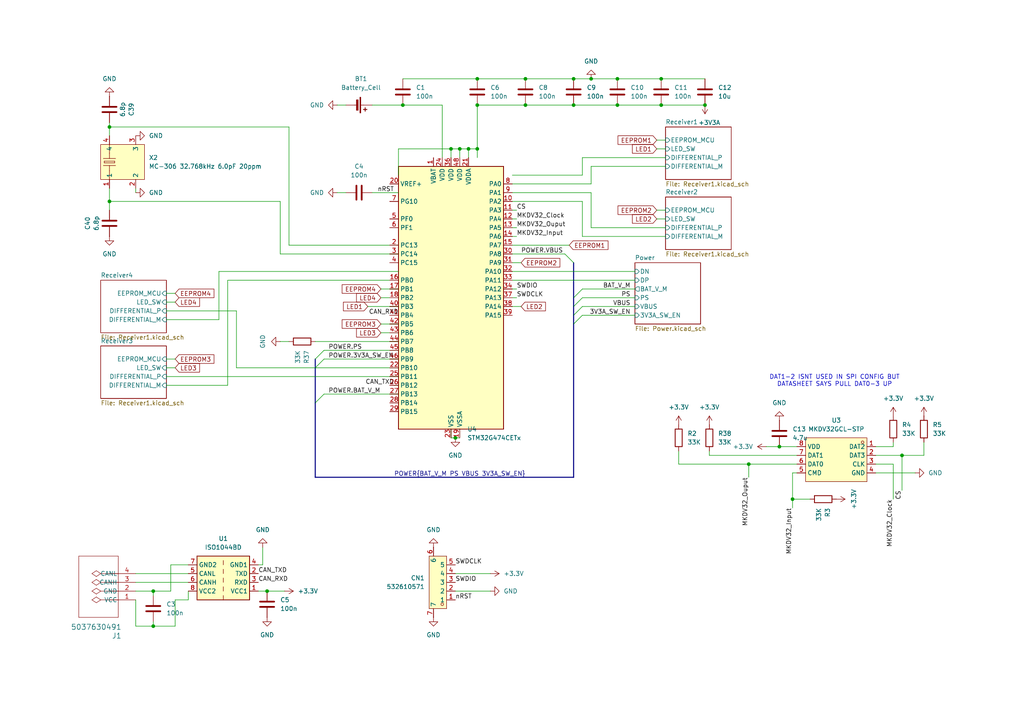
<source format=kicad_sch>
(kicad_sch (version 20231120) (generator "eeschema") (generator_version "8.0")
  (paper "A4")
  (lib_symbols
    (symbol "Device:Battery_Cell" (pin_numbers hide) (pin_names (offset 0) hide)
      (property "Reference" "BT" (at 2.54 2.54 0))
      (property "Value" "Battery_Cell" (at 2.54 0 0))
      (symbol "Battery_Cell_0_1"
        (rectangle (start -2.286 1.778) (end 2.286 1.524) (fill (type outline)))
        (rectangle (start -1.524 1.016) (end 1.524 0.508) (fill (type outline)))
        (polyline (pts (xy 0 0.762) (xy 0 0)))
        (polyline (pts (xy 0 1.778) (xy 0 2.54)))
        (polyline (pts (xy 0.762 3.048) (xy 1.778 3.048)) (stroke (width 0.254)))
        (polyline (pts (xy 1.27 3.556) (xy 1.27 2.54)) (stroke (width 0.254)))
      )
      (symbol "Battery_Cell_1_1"
        (pin passive line (at 0 5.08 270) (length 2.54) (name "+") (number "1"))
        (pin passive line (at 0 -2.54 90) (length 2.54) (name "-") (number "2"))
      )
    )
    (symbol "Device:C" (pin_numbers hide) (pin_names (offset 0.254))
      (property "Reference" "C" (at 0.635 2.54 0))
      (property "Value" "C" (at 0.635 -2.54 0))
      (symbol "C_0_1"
        (polyline (pts (xy -2.032 -0.762) (xy 2.032 -0.762)) (stroke (width 0.508)))
        (polyline (pts (xy -2.032 0.762) (xy 2.032 0.762)) (stroke (width 0.508)))
      )
      (symbol "C_1_1"
        (pin passive line (at 0 3.81 270) (length 2.794) (name "~") (number "1"))
        (pin passive line (at 0 -3.81 90) (length 2.794) (name "~") (number "2"))
      )
    )
    (symbol "Device:R" (pin_numbers hide) (pin_names (offset 0))
      (property "Reference" "R" (at 2.032 0 90))
      (property "Value" "R" (at 0 0 90))
      (symbol "R_0_1"
        (rectangle (start -1.016 -2.54) (end 1.016 2.54) (stroke (width 0.254)))
      )
      (symbol "R_1_1"
        (pin passive line (at 0 3.81 270) (length 1.27) (name "~") (number "1"))
        (pin passive line (at 0 -3.81 90) (length 1.27) (name "~") (number "2"))
      )
    )
    (symbol "Interface_CAN_LIN:ISO1044BD"
      (property "Reference" "U" (at -6.35 6.35 0))
      (property "Value" "ISO1044BD" (at 2.54 6.35 0))
      (symbol "ISO1044BD_0_1"
        (rectangle (start -7.62 5.08) (end 7.62 -7.62) (stroke (width 0.254)) (fill (type background)))
        (polyline (pts (xy 0 -5.08) (xy 0 -6.35)))
        (polyline (pts (xy 0 -2.54) (xy 0 -3.81)))
        (polyline (pts (xy 0 0) (xy 0 -1.27)))
        (polyline (pts (xy 0 2.54) (xy 0 1.27)))
        (polyline (pts (xy 0 5.08) (xy 0 3.81)))
      )
      (symbol "ISO1044BD_1_1"
        (pin power_in line (at -10.16 2.54 0) (length 2.54) (name "VCC1") (number "1"))
        (pin input line (at -10.16 -2.54 0) (length 2.54) (name "TXD") (number "2"))
        (pin output line (at -10.16 0 0) (length 2.54) (name "RXD") (number "3"))
        (pin power_in line (at -10.16 -5.08 0) (length 2.54) (name "GND1") (number "4"))
        (pin bidirectional line (at 10.16 -2.54 180) (length 2.54) (name "CANL") (number "5"))
        (pin bidirectional line (at 10.16 0 180) (length 2.54) (name "CANH") (number "6"))
        (pin power_in line (at 10.16 -5.08 180) (length 2.54) (name "GND2") (number "7"))
        (pin power_in line (at 10.16 2.54 180) (length 2.54) (name "VCC2") (number "8"))
      )
    )
    (symbol "MCU_ST_STM32G4:STM32G474CETx"
      (property "Reference" "U" (at -15.24 39.37 0))
      (property "Value" "STM32G474CETx" (at 7.62 39.37 0))
      (symbol "STM32G474CETx_0_1"
        (rectangle (start -15.24 -38.1) (end 15.24 38.1) (stroke (width 0.254)) (fill (type background)))
      )
      (symbol "STM32G474CETx_1_1"
        (pin power_in line (at -5.08 40.64 270) (length 2.54) (name "VBAT") (number "1"))
        (pin bidirectional line (at 17.78 27.94 180) (length 2.54) (name "PA2") (number "10"))
        (pin bidirectional line (at 17.78 25.4 180) (length 2.54) (name "PA3") (number "11"))
        (pin bidirectional line (at 17.78 22.86 180) (length 2.54) (name "PA4") (number "12"))
        (pin bidirectional line (at 17.78 20.32 180) (length 2.54) (name "PA5") (number "13"))
        (pin bidirectional line (at 17.78 17.78 180) (length 2.54) (name "PA6") (number "14"))
        (pin bidirectional line (at 17.78 15.24 180) (length 2.54) (name "PA7") (number "15"))
        (pin bidirectional line (at -17.78 5.08 0) (length 2.54) (name "PB0") (number "16"))
        (pin bidirectional line (at -17.78 2.54 0) (length 2.54) (name "PB1") (number "17"))
        (pin bidirectional line (at -17.78 0 0) (length 2.54) (name "PB2") (number "18"))
        (pin power_in line (at 2.54 -40.64 90) (length 2.54) (name "VSSA") (number "19"))
        (pin bidirectional line (at -17.78 15.24 0) (length 2.54) (name "PC13") (number "2"))
        (pin input line (at -17.78 33.02 0) (length 2.54) (name "VREF+") (number "20"))
        (pin power_in line (at 5.08 40.64 270) (length 2.54) (name "VDDA") (number "21"))
        (pin bidirectional line (at -17.78 -20.32 0) (length 2.54) (name "PB10") (number "22"))
        (pin power_in line (at 0 -40.64 90) (length 2.54) (name "VSS") (number "23"))
        (pin power_in line (at -2.54 40.64 270) (length 2.54) (name "VDD") (number "24"))
        (pin bidirectional line (at -17.78 -22.86 0) (length 2.54) (name "PB11") (number "25"))
        (pin bidirectional line (at -17.78 -25.4 0) (length 2.54) (name "PB12") (number "26"))
        (pin bidirectional line (at -17.78 -27.94 0) (length 2.54) (name "PB13") (number "27"))
        (pin bidirectional line (at -17.78 -30.48 0) (length 2.54) (name "PB14") (number "28"))
        (pin bidirectional line (at -17.78 -33.02 0) (length 2.54) (name "PB15") (number "29"))
        (pin bidirectional line (at -17.78 12.7 0) (length 2.54) (name "PC14") (number "3"))
        (pin bidirectional line (at 17.78 12.7 180) (length 2.54) (name "PA8") (number "30"))
        (pin bidirectional line (at 17.78 10.16 180) (length 2.54) (name "PA9") (number "31"))
        (pin bidirectional line (at 17.78 7.62 180) (length 2.54) (name "PA10") (number "32"))
        (pin bidirectional line (at 17.78 5.08 180) (length 2.54) (name "PA11") (number "33"))
        (pin bidirectional line (at 17.78 2.54 180) (length 2.54) (name "PA12") (number "34"))
        (pin passive line (at 0 -40.64 90) (length 2.54) hide (name "VSS") (number "35"))
        (pin power_in line (at 0 40.64 270) (length 2.54) (name "VDD") (number "36"))
        (pin bidirectional line (at 17.78 0 180) (length 2.54) (name "PA13") (number "37"))
        (pin bidirectional line (at 17.78 -2.54 180) (length 2.54) (name "PA14") (number "38"))
        (pin bidirectional line (at 17.78 -5.08 180) (length 2.54) (name "PA15") (number "39"))
        (pin bidirectional line (at -17.78 10.16 0) (length 2.54) (name "PC15") (number "4"))
        (pin bidirectional line (at -17.78 -2.54 0) (length 2.54) (name "PB3") (number "40"))
        (pin bidirectional line (at -17.78 -5.08 0) (length 2.54) (name "PB4") (number "41"))
        (pin bidirectional line (at -17.78 -7.62 0) (length 2.54) (name "PB5") (number "42"))
        (pin bidirectional line (at -17.78 -10.16 0) (length 2.54) (name "PB6") (number "43"))
        (pin bidirectional line (at -17.78 -12.7 0) (length 2.54) (name "PB7") (number "44"))
        (pin bidirectional line (at -17.78 -15.24 0) (length 2.54) (name "PB8") (number "45"))
        (pin bidirectional line (at -17.78 -17.78 0) (length 2.54) (name "PB9") (number "46"))
        (pin passive line (at 0 -40.64 90) (length 2.54) hide (name "VSS") (number "47"))
        (pin power_in line (at 2.54 40.64 270) (length 2.54) (name "VDD") (number "48"))
        (pin bidirectional line (at -17.78 22.86 0) (length 2.54) (name "PF0") (number "5"))
        (pin bidirectional line (at -17.78 20.32 0) (length 2.54) (name "PF1") (number "6"))
        (pin bidirectional line (at -17.78 27.94 0) (length 2.54) (name "PG10") (number "7"))
        (pin bidirectional line (at 17.78 33.02 180) (length 2.54) (name "PA0") (number "8"))
        (pin bidirectional line (at 17.78 30.48 180) (length 2.54) (name "PA1") (number "9"))
      )
    )
    (symbol "Rocketry_Easyeda:532610571"
      (property "Reference" "CN" (at 0 15.24 0))
      (property "Value" "532610571" (at 0 -15.24 0))
      (symbol "532610571_0_1"
        (rectangle (start -1.27 7.62) (end 3.81 -7.62) (fill (type background)))
        (circle (center 0 6.35) (radius 0.38))
        (pin unspecified line (at -3.81 5.08 0) (length 2.54) (name "1") (number "1"))
        (pin unspecified line (at -3.81 2.54 0) (length 2.54) (name "2") (number "2"))
        (pin unspecified line (at -3.81 0 0) (length 2.54) (name "3") (number "3"))
        (pin unspecified line (at -3.81 -2.54 0) (length 2.54) (name "4") (number "4"))
        (pin unspecified line (at -3.81 -5.08 0) (length 2.54) (name "5") (number "5"))
        (pin unspecified line (at 2.54 -10.16 90) (length 2.54) (name "6") (number "6"))
        (pin unspecified line (at 2.54 10.16 270) (length 2.54) (name "7") (number "7"))
      )
    )
    (symbol "Rocketry_Easyeda:MC-30632.768kHz6.0pF20ppm"
      (property "Reference" "X" (at 0 12.7 0))
      (property "Value" "MC-306 32.768kHz 6.0pF 20ppm" (at 0 -12.7 0))
      (symbol "MC-30632.768kHz6.0pF20ppm_0_1"
        (rectangle (start -6.35 5.08) (end 6.35 -5.08) (fill (type background)))
        (polyline (pts (xy -5.59 -1.02) (xy -2.03 -1.02)))
        (polyline (pts (xy -5.59 1.02) (xy -2.03 1.02)))
        (polyline (pts (xy -5.33 -0.25) (xy -2.29 -0.25)))
        (polyline (pts (xy -5.33 0.25) (xy -5.33 -0.25)))
        (polyline (pts (xy -3.81 -2.54) (xy -3.81 -5.08)))
        (polyline (pts (xy -3.81 -2.54) (xy -3.81 -1.02)))
        (polyline (pts (xy -3.81 1.02) (xy -3.81 2.54)))
        (polyline (pts (xy -3.81 2.54) (xy -3.81 5.08)))
        (polyline (pts (xy -2.29 -0.25) (xy -2.29 0.25)))
        (polyline (pts (xy -2.29 0.25) (xy -5.33 0.25)))
        (pin unspecified line (at -3.81 -7.62 90) (length 2.54) (name "1") (number "1"))
        (pin unspecified line (at 3.81 -7.62 90) (length 2.54) (name "2") (number "2"))
        (pin unspecified line (at 3.81 7.62 270) (length 2.54) (name "3") (number "3"))
        (pin unspecified line (at -3.81 7.62 270) (length 2.54) (name "4") (number "4"))
      )
    )
    (symbol "Rocketry_Easyeda:MKDV32GCL-STP"
      (property "Reference" "U" (at 0 8.89 0))
      (property "Value" "MKDV32GCL-STP" (at 0 -8.89 0))
      (symbol "MKDV32GCL-STP_0_1"
        (rectangle (start -8.89 6.35) (end 8.89 -6.35) (fill (type background)))
        (circle (center -7.62 5.08) (radius 0.38))
        (pin unspecified line (at -11.43 3.81 0) (length 2.54) (name "DAT2") (number "1"))
        (pin unspecified line (at -11.43 1.27 0) (length 2.54) (name "DAT3") (number "2"))
        (pin unspecified line (at -11.43 -1.27 0) (length 2.54) (name "CLK") (number "3"))
        (pin unspecified line (at -11.43 -3.81 0) (length 2.54) (name "GND") (number "4"))
        (pin unspecified line (at 11.43 -3.81 180) (length 2.54) (name "CMD") (number "5"))
        (pin unspecified line (at 11.43 -1.27 180) (length 2.54) (name "DAT0") (number "6"))
        (pin unspecified line (at 11.43 1.27 180) (length 2.54) (name "DAT1") (number "7"))
        (pin unspecified line (at 11.43 3.81 180) (length 2.54) (name "VDD") (number "8"))
      )
    )
    (symbol "Rocketry_Manual:5037630491" (pin_names (offset 0.254))
      (property "Reference" "J" (at 8.89 6.35 0))
      (property "Value" "5037630491" (at -1.016 6.35 0))
      (symbol "5037630491_1_1"
        (polyline (pts (xy 5.08 -15.24) (xy 16.51 -15.24)) (stroke (width 0.127)))
        (polyline (pts (xy 5.08 2.54) (xy 5.08 -15.24)) (stroke (width 0.127)))
        (polyline (pts (xy 7.62 -10.16) (xy 5.08 -10.16)) (stroke (width 0.127)))
        (polyline (pts (xy 7.62 -7.62) (xy 5.08 -7.62)) (stroke (width 0.127)))
        (polyline (pts (xy 7.62 -5.08) (xy 5.08 -5.08)) (stroke (width 0.127)))
        (polyline (pts (xy 7.62 -2.54) (xy 5.08 -2.54)) (stroke (width 0.127)))
        (polyline (pts (xy 10.16 -10.16) (xy 5.08 -10.16)) (stroke (width 0.127)))
        (polyline (pts (xy 10.16 -10.16) (xy 11.43 -11.0067)) (stroke (width 0.127)))
        (polyline (pts (xy 10.16 -10.16) (xy 11.43 -9.3133)) (stroke (width 0.127)))
        (polyline (pts (xy 10.16 -7.62) (xy 5.08 -7.62)) (stroke (width 0.127)))
        (polyline (pts (xy 10.16 -7.62) (xy 11.43 -8.4667)) (stroke (width 0.127)))
        (polyline (pts (xy 10.16 -7.62) (xy 11.43 -6.7733)) (stroke (width 0.127)))
        (polyline (pts (xy 10.16 -5.08) (xy 5.08 -5.08)) (stroke (width 0.127)))
        (polyline (pts (xy 10.16 -5.08) (xy 11.43 -5.9267)) (stroke (width 0.127)))
        (polyline (pts (xy 10.16 -5.08) (xy 11.43 -4.2333)) (stroke (width 0.127)))
        (polyline (pts (xy 10.16 -2.54) (xy 5.08 -2.54)) (stroke (width 0.127)))
        (polyline (pts (xy 10.16 -2.54) (xy 11.43 -3.3867)) (stroke (width 0.127)))
        (polyline (pts (xy 10.16 -2.54) (xy 11.43 -1.6933)) (stroke (width 0.127)))
        (polyline (pts (xy 12.7 -10.16) (xy 11.43 -11.0067)) (stroke (width 0.127)))
        (polyline (pts (xy 12.7 -10.16) (xy 11.43 -9.3133)) (stroke (width 0.127)))
        (polyline (pts (xy 12.7 -7.62) (xy 11.43 -8.4667)) (stroke (width 0.127)))
        (polyline (pts (xy 12.7 -7.62) (xy 11.43 -6.7733)) (stroke (width 0.127)))
        (polyline (pts (xy 12.7 -5.08) (xy 11.43 -5.9267)) (stroke (width 0.127)))
        (polyline (pts (xy 12.7 -5.08) (xy 11.43 -4.2333)) (stroke (width 0.127)))
        (polyline (pts (xy 12.7 -2.54) (xy 11.43 -3.3867)) (stroke (width 0.127)))
        (polyline (pts (xy 12.7 -2.54) (xy 11.43 -1.6933)) (stroke (width 0.127)))
        (polyline (pts (xy 16.51 -15.24) (xy 16.51 2.54)) (stroke (width 0.127)))
        (polyline (pts (xy 16.51 2.54) (xy 5.08 2.54)) (stroke (width 0.127)))
        (pin input line (at 0 -2.54 0) (length 5.08) (name "VCC") (number "1"))
        (pin input line (at 0 -5.08 0) (length 5.08) (name "GND") (number "2"))
        (pin bidirectional line (at 0 -7.62 0) (length 5.08) (name "CANH") (number "3"))
        (pin bidirectional line (at 0 -10.16 0) (length 5.08) (name "CANL") (number "4"))
      )
    )
    (symbol "power:+3.3V" (power) (pin_numbers hide) (pin_names (offset 0) hide)
      (property "Value" "+3.3V" (at 0 3.556 0))
      (symbol "+3.3V_0_1"
        (polyline (pts (xy -0.762 1.27) (xy 0 2.54)))
        (polyline (pts (xy 0 0) (xy 0 2.54)))
        (polyline (pts (xy 0 2.54) (xy 0.762 1.27)))
      )
      (symbol "+3.3V_1_1"
        (pin power_in line (at 0 0 90) (length 0) (name "~") (number "1"))
      )
    )
    (symbol "power:GND" (power) (pin_numbers hide) (pin_names (offset 0) hide)
      (property "Value" "GND" (at 0 -3.81 0))
      (symbol "GND_0_1"
        (polyline (pts (xy 0 0) (xy 0 -1.27) (xy 1.27 -1.27) (xy 0 -2.54) (xy -1.27 -1.27) (xy 0 -1.27)))
      )
      (symbol "GND_1_1"
        (pin power_in line (at 0 0 270) (length 0) (name "~") (number "1"))
      )
    )
  )
  (junction (at 166.37 22.86))
  (junction (at 179.07 30.48))
  (junction (at 152.4 30.48))
  (junction (at 138.43 30.48))
  (junction (at 166.37 30.48))
  (junction (at 191.77 22.86))
  (junction (at 31.75 58.42))
  (junction (at 261.62 132.08))
  (junction (at 179.07 22.86))
  (junction (at 138.43 22.86))
  (junction (at 229.87 144.78))
  (junction (at 191.77 30.48))
  (junction (at 77.47 171.45))
  (junction (at 132.08 127))
  (junction (at 171.45 22.86))
  (junction (at 226.06 129.54))
  (junction (at 138.43 43.18))
  (junction (at 135.89 43.18))
  (junction (at 116.84 30.48))
  (junction (at 204.47 30.48))
  (junction (at 133.35 43.18))
  (junction (at 44.45 181.61))
  (junction (at 31.75 36.83))
  (junction (at 130.81 43.18))
  (junction (at 152.4 22.86))
  (junction (at 44.45 171.45))
  (junction (at 217.17 134.62))
  (bus_entry (at 91.44 116.84) (size 2.54 -2.54))
  (bus_entry (at 91.44 104.14) (size 2.54 -2.54))
  (bus_entry (at 168.91 86.36) (size -2.54 2.54))
  (bus_entry (at 166.37 76.2) (size -2.54 -2.54))
  (bus_entry (at 91.44 106.68) (size 2.54 -2.54))
  (bus_entry (at 168.91 88.9) (size -2.54 2.54))
  (bus_entry (at 168.91 91.44) (size -2.54 2.54))
  (bus_entry (at 168.91 83.82) (size -2.54 2.54))
  (wire (pts (xy 166.37 30.48) (xy 179.07 30.48)))
  (wire (pts (xy 267.97 132.08) (xy 261.62 132.08)))
  (wire (pts (xy 229.87 144.78) (xy 229.87 147.32)))
  (wire (pts (xy 91.44 99.06) (xy 115.57 99.06)))
  (wire (pts (xy 142.24 166.37) (xy 132.08 166.37)))
  (wire (pts (xy 106.68 88.9) (xy 115.57 88.9)))
  (wire (pts (xy 168.91 83.82) (xy 184.15 83.82)))
  (wire (pts (xy 107.95 55.88) (xy 115.57 55.88)))
  (wire (pts (xy 48.26 90.17) (xy 68.58 90.17)))
  (wire (pts (xy 110.49 96.52) (xy 115.57 96.52)))
  (wire (pts (xy 48.26 111.76) (xy 66.04 111.76)))
  (wire (pts (xy 83.82 36.83) (xy 83.82 71.12)))
  (wire (pts (xy 267.97 128.27) (xy 267.97 132.08)))
  (wire (pts (xy 168.91 68.58) (xy 168.91 58.42)))
  (wire (pts (xy 93.98 101.6) (xy 115.57 101.6)))
  (wire (pts (xy 168.91 45.72) (xy 193.04 45.72)))
  (wire (pts (xy 168.91 58.42) (xy 148.59 58.42)))
  (wire (pts (xy 149.86 68.58) (xy 148.59 68.58)))
  (wire (pts (xy 50.8 181.61) (xy 50.8 173.99)))
  (wire (pts (xy 107.95 30.48) (xy 116.84 30.48)))
  (wire (pts (xy 48.26 85.09) (xy 50.8 85.09)))
  (wire (pts (xy 31.75 58.42) (xy 31.75 60.96)))
  (wire (pts (xy 116.84 22.86) (xy 138.43 22.86)))
  (wire (pts (xy 133.35 127) (xy 132.08 127)))
  (wire (pts (xy 83.82 36.83) (xy 31.75 36.83)))
  (wire (pts (xy 259.08 134.62) (xy 259.08 144.78)))
  (bus (pts (xy 91.44 138.43) (xy 166.37 138.43)))
  (wire (pts (xy 149.86 60.96) (xy 148.59 60.96)))
  (wire (pts (xy 166.37 22.86) (xy 171.45 22.86)))
  (wire (pts (xy 179.07 30.48) (xy 191.77 30.48)))
  (wire (pts (xy 193.04 68.58) (xy 168.91 68.58)))
  (wire (pts (xy 44.45 181.61) (xy 50.8 181.61)))
  (wire (pts (xy 261.62 132.08) (xy 261.62 142.24)))
  (wire (pts (xy 254 129.54) (xy 259.08 129.54)))
  (wire (pts (xy 190.5 63.5) (xy 193.04 63.5)))
  (wire (pts (xy 128.27 30.48) (xy 128.27 45.72)))
  (wire (pts (xy 133.35 124.46) (xy 133.35 127)))
  (wire (pts (xy 171.45 48.26) (xy 193.04 48.26)))
  (wire (pts (xy 76.2 158.75) (xy 76.2 163.83)))
  (wire (pts (xy 234.95 144.78) (xy 229.87 144.78)))
  (wire (pts (xy 114.3 111.76) (xy 115.57 111.76)))
  (wire (pts (xy 93.98 114.3) (xy 115.57 114.3)))
  (wire (pts (xy 171.45 48.26) (xy 171.45 53.34)))
  (wire (pts (xy 254 132.08) (xy 261.62 132.08)))
  (wire (pts (xy 231.14 137.16) (xy 229.87 137.16)))
  (wire (pts (xy 130.81 45.72) (xy 130.81 43.18)))
  (wire (pts (xy 74.93 171.45) (xy 77.47 171.45)))
  (wire (pts (xy 191.77 22.86) (xy 204.47 22.86)))
  (wire (pts (xy 229.87 137.16) (xy 229.87 144.78)))
  (wire (pts (xy 171.45 55.88) (xy 148.59 55.88)))
  (wire (pts (xy 49.53 171.45) (xy 49.53 163.83)))
  (wire (pts (xy 81.28 58.42) (xy 31.75 58.42)))
  (wire (pts (xy 259.08 134.62) (xy 254 134.62)))
  (wire (pts (xy 39.37 181.61) (xy 44.45 181.61)))
  (wire (pts (xy 115.57 73.66) (xy 81.28 73.66)))
  (wire (pts (xy 39.37 171.45) (xy 44.45 171.45)))
  (wire (pts (xy 171.45 22.86) (xy 179.07 22.86)))
  (wire (pts (xy 49.53 163.83) (xy 54.61 163.83)))
  (wire (pts (xy 81.28 99.06) (xy 83.82 99.06)))
  (wire (pts (xy 196.85 134.62) (xy 217.17 134.62)))
  (bus (pts (xy 166.37 86.36) (xy 166.37 88.9)))
  (bus (pts (xy 166.37 88.9) (xy 166.37 91.44)))
  (wire (pts (xy 63.5 78.74) (xy 115.57 78.74)))
  (wire (pts (xy 149.86 83.82) (xy 148.59 83.82)))
  (wire (pts (xy 97.79 55.88) (xy 100.33 55.88)))
  (wire (pts (xy 148.59 71.12) (xy 165.1 71.12)))
  (wire (pts (xy 48.26 106.68) (xy 50.8 106.68)))
  (wire (pts (xy 168.91 88.9) (xy 184.15 88.9)))
  (wire (pts (xy 130.81 127) (xy 132.08 127)))
  (wire (pts (xy 48.26 104.14) (xy 50.8 104.14)))
  (wire (pts (xy 149.86 66.04) (xy 148.59 66.04)))
  (bus (pts (xy 166.37 76.2) (xy 166.37 86.36)))
  (wire (pts (xy 133.35 43.18) (xy 135.89 43.18)))
  (wire (pts (xy 31.75 54.61) (xy 31.75 58.42)))
  (wire (pts (xy 217.17 138.43) (xy 217.17 134.62)))
  (wire (pts (xy 31.75 36.83) (xy 31.75 39.37)))
  (wire (pts (xy 110.49 93.98) (xy 115.57 93.98)))
  (bus (pts (xy 166.37 91.44) (xy 166.37 93.98)))
  (bus (pts (xy 91.44 116.84) (xy 91.44 138.43)))
  (wire (pts (xy 31.75 35.56) (xy 31.75 36.83)))
  (wire (pts (xy 190.5 60.96) (xy 193.04 60.96)))
  (wire (pts (xy 39.37 181.61) (xy 39.37 173.99)))
  (wire (pts (xy 149.86 86.36) (xy 148.59 86.36)))
  (wire (pts (xy 148.59 88.9) (xy 151.13 88.9)))
  (wire (pts (xy 179.07 22.86) (xy 191.77 22.86)))
  (wire (pts (xy 50.8 173.99) (xy 54.61 173.99)))
  (wire (pts (xy 135.89 45.72) (xy 135.89 43.18)))
  (wire (pts (xy 138.43 22.86) (xy 152.4 22.86)))
  (wire (pts (xy 148.59 73.66) (xy 163.83 73.66)))
  (wire (pts (xy 132.08 171.45) (xy 142.24 171.45)))
  (wire (pts (xy 66.04 81.28) (xy 115.57 81.28)))
  (wire (pts (xy 44.45 180.34) (xy 44.45 181.61)))
  (wire (pts (xy 48.26 92.71) (xy 63.5 92.71)))
  (wire (pts (xy 190.5 40.64) (xy 193.04 40.64)))
  (wire (pts (xy 93.98 104.14) (xy 115.57 104.14)))
  (wire (pts (xy 138.43 43.18) (xy 138.43 30.48)))
  (wire (pts (xy 259.08 129.54) (xy 259.08 128.27)))
  (wire (pts (xy 115.57 71.12) (xy 83.82 71.12)))
  (bus (pts (xy 91.44 106.68) (xy 91.44 116.84)))
  (wire (pts (xy 168.91 91.44) (xy 184.15 91.44)))
  (wire (pts (xy 171.45 66.04) (xy 171.45 55.88)))
  (wire (pts (xy 115.57 50.8) (xy 115.57 43.18)))
  (wire (pts (xy 148.59 81.28) (xy 184.15 81.28)))
  (wire (pts (xy 191.77 30.48) (xy 204.47 30.48)))
  (wire (pts (xy 130.81 43.18) (xy 133.35 43.18)))
  (wire (pts (xy 226.06 129.54) (xy 222.25 129.54)))
  (wire (pts (xy 149.86 63.5) (xy 148.59 63.5)))
  (wire (pts (xy 135.89 43.18) (xy 138.43 43.18)))
  (wire (pts (xy 231.14 129.54) (xy 226.06 129.54)))
  (wire (pts (xy 81.28 73.66) (xy 81.28 58.42)))
  (wire (pts (xy 190.5 43.18) (xy 193.04 43.18)))
  (wire (pts (xy 97.79 30.48) (xy 100.33 30.48)))
  (wire (pts (xy 66.04 111.76) (xy 66.04 81.28)))
  (wire (pts (xy 168.91 86.36) (xy 184.15 86.36)))
  (wire (pts (xy 68.58 106.68) (xy 91.44 106.68)))
  (wire (pts (xy 196.85 130.81) (xy 196.85 134.62)))
  (wire (pts (xy 39.37 168.91) (xy 54.61 168.91)))
  (wire (pts (xy 148.59 76.2) (xy 151.13 76.2)))
  (wire (pts (xy 116.84 30.48) (xy 128.27 30.48)))
  (wire (pts (xy 148.59 78.74) (xy 184.15 78.74)))
  (wire (pts (xy 39.37 166.37) (xy 54.61 166.37)))
  (bus (pts (xy 166.37 93.98) (xy 166.37 138.43)))
  (wire (pts (xy 76.2 163.83) (xy 74.93 163.83)))
  (wire (pts (xy 217.17 134.62) (xy 231.14 134.62)))
  (wire (pts (xy 152.4 30.48) (xy 166.37 30.48)))
  (wire (pts (xy 205.74 130.81) (xy 205.74 132.08)))
  (wire (pts (xy 44.45 171.45) (xy 44.45 172.72)))
  (wire (pts (xy 138.43 30.48) (xy 152.4 30.48)))
  (wire (pts (xy 168.91 45.72) (xy 168.91 50.8)))
  (wire (pts (xy 48.26 87.63) (xy 50.8 87.63)))
  (wire (pts (xy 110.49 83.82) (xy 115.57 83.82)))
  (wire (pts (xy 133.35 45.72) (xy 133.35 43.18)))
  (wire (pts (xy 115.57 43.18) (xy 130.81 43.18)))
  (wire (pts (xy 63.5 92.71) (xy 63.5 78.74)))
  (wire (pts (xy 68.58 90.17) (xy 68.58 106.68)))
  (bus (pts (xy 91.44 104.14) (xy 91.44 106.68)))
  (wire (pts (xy 171.45 53.34) (xy 148.59 53.34)))
  (wire (pts (xy 205.74 132.08) (xy 231.14 132.08)))
  (wire (pts (xy 130.81 124.46) (xy 130.81 127)))
  (wire (pts (xy 110.49 86.36) (xy 115.57 86.36)))
  (wire (pts (xy 265.43 137.16) (xy 254 137.16)))
  (wire (pts (xy 193.04 66.04) (xy 171.45 66.04)))
  (wire (pts (xy 77.47 171.45) (xy 82.55 171.45)))
  (wire (pts (xy 54.61 173.99) (xy 54.61 171.45)))
  (wire (pts (xy 48.26 109.22) (xy 115.57 109.22)))
  (wire (pts (xy 44.45 171.45) (xy 49.53 171.45)))
  (wire (pts (xy 39.37 54.61) (xy 39.37 55.88)))
  (wire (pts (xy 138.43 45.72) (xy 138.43 43.18)))
  (wire (pts (xy 168.91 50.8) (xy 148.59 50.8)))
  (wire (pts (xy 152.4 22.86) (xy 166.37 22.86)))
  (wire (pts (xy 91.44 106.68) (xy 115.57 106.68)))
  (text "DAT1-2 ISNT USED IN SPI CONFIG BUT\nDATASHEET SAYS PULL DAT0-3 UP" (at 242.062 110.49 0) (effects (font (size 1.27 1.27))))
  (label "nRST" (at 114.3 55.88 180))
  (label "VBUS" (at 182.88 88.9 180))
  (label "CAN_RXD" (at 115.57 91.44 180))
  (label "CAN_RXD" (at 74.93 168.91 0))
  (label "BAT_V_M" (at 182.88 83.82 180))
  (label "MKDV32_Ouput" (at 217.17 138.43 270))
  (label "POWER.BAT_V_M" (at 95.25 114.3 0))
  (label "CS" (at 261.62 142.24 270))
  (label "SWDIO" (at 149.86 83.82 0))
  (label "POWER{BAT_V_M PS VBUS 3V3A_SW_EN}" (at 114.3 138.43 0))
  (label "CS" (at 149.86 60.96 0))
  (label "3V3A_SW_EN" (at 182.88 91.44 180))
  (label "nRST" (at 132.08 173.99 0))
  (label "MKDV32_Input" (at 229.87 147.32 270))
  (label "CAN_TXD" (at 114.3 111.76 180))
  (label "MKDV32_Input" (at 149.86 68.58 0))
  (label "MKDV32_Ouput" (at 149.86 66.04 0))
  (label "MKDV32_Clock" (at 149.86 63.5 0))
  (label "POWER.VBUS" (at 151.13 73.66 0))
  (label "POWER.PS" (at 95.25 101.6 0))
  (label "CAN_TXD" (at 74.93 166.37 0))
  (label "SWDCLK" (at 149.86 86.36 0))
  (label "MKDV32_Clock" (at 259.08 144.78 270))
  (label "SWDIO" (at 132.08 168.91 0))
  (label "PS" (at 182.88 86.36 180))
  (label "SWDCLK" (at 132.08 163.83 0))
  (label "POWER.3V3A_SW_EN" (at 95.25 104.14 0))
  (global_label "LED2" (shape input) (at 151.13 88.9 0) (property "Intersheetrefs" "${INTERSHEET_REFS}" (effects (hide yes))))
  (global_label "EEPROM3" (shape input) (at 110.49 93.98 180) (property "Intersheetrefs" "${INTERSHEET_REFS}" (effects (hide yes))))
  (global_label "LED4" (shape input) (at 110.49 86.36 180) (property "Intersheetrefs" "${INTERSHEET_REFS}" (effects (hide yes))))
  (global_label "LED2" (shape input) (at 190.5 63.5 180) (property "Intersheetrefs" "${INTERSHEET_REFS}" (effects (hide yes))))
  (global_label "EEPROM1" (shape input) (at 190.5 40.64 180) (property "Intersheetrefs" "${INTERSHEET_REFS}" (effects (hide yes))))
  (global_label "EEPROM1" (shape input) (at 165.1 71.12 0) (property "Intersheetrefs" "${INTERSHEET_REFS}" (effects (hide yes))))
  (global_label "EEPROM4" (shape input) (at 50.8 85.09 0) (property "Intersheetrefs" "${INTERSHEET_REFS}" (effects (hide yes))))
  (global_label "EEPROM2" (shape input) (at 151.13 76.2 0) (property "Intersheetrefs" "${INTERSHEET_REFS}" (effects (hide yes))))
  (global_label "LED3" (shape input) (at 110.49 96.52 180) (property "Intersheetrefs" "${INTERSHEET_REFS}" (effects (hide yes))))
  (global_label "LED1" (shape input) (at 106.68 88.9 180) (property "Intersheetrefs" "${INTERSHEET_REFS}" (effects (hide yes))))
  (global_label "LED1" (shape input) (at 190.5 43.18 180) (property "Intersheetrefs" "${INTERSHEET_REFS}" (effects (hide yes))))
  (global_label "EEPROM4" (shape input) (at 110.49 83.82 180) (property "Intersheetrefs" "${INTERSHEET_REFS}" (effects (hide yes))))
  (global_label "EEPROM2" (shape input) (at 190.5 60.96 180) (property "Intersheetrefs" "${INTERSHEET_REFS}" (effects (hide yes))))
  (global_label "LED4" (shape input) (at 50.8 87.63 0) (property "Intersheetrefs" "${INTERSHEET_REFS}" (effects (hide yes))))
  (global_label "LED3" (shape input) (at 50.8 106.68 0) (property "Intersheetrefs" "${INTERSHEET_REFS}" (effects (hide yes))))
  (global_label "EEPROM3" (shape input) (at 50.8 104.14 0) (property "Intersheetrefs" "${INTERSHEET_REFS}" (effects (hide yes))))
  (symbol (lib_id "Device:R") (at 259.08 124.46 0) (unit 1)
    (property "Reference" "R4" (at 261.62 123.1899 0) (effects (justify left)))
    (property "Value" "33K" (at 261.62 125.7299 0) (effects (justify left)))
    (property "Footprint" "Resistor_SMD:R_0402_1005Metric" (effects (hide yes)))
    (property "Description" "Resistor" (effects (hide yes)))
  )
  (symbol (lib_id "power:GND") (at 132.08 127 0) (mirror y) (unit 1)
    (property "Reference" "#PWR09" (effects (hide yes)))
    (property "Value" "GND" (at 132.08 132.08 0))
    (property "Description" "Power symbol creates a global label with name \"GND\" , ground" (effects (hide yes)))
  )
  (symbol (lib_id "Device:R") (at 196.85 127 0) (unit 1)
    (property "Reference" "R2" (at 199.39 125.7299 0) (effects (justify left)))
    (property "Value" "33K" (at 199.39 128.2699 0) (effects (justify left)))
    (property "Footprint" "Resistor_SMD:R_0402_1005Metric" (effects (hide yes)))
    (property "Description" "Resistor" (effects (hide yes)))
  )
  (symbol (lib_id "Device:Battery_Cell") (at 102.87 30.48 270) (unit 1)
    (property "Reference" "BT1" (at 104.7115 22.86 90))
    (property "Value" "Battery_Cell" (at 104.7115 25.4 90))
    (property "Description" "Single-cell battery" (effects (hide yes)))
  )
  (symbol (lib_id "power:GND") (at 97.79 30.48 270) (unit 1)
    (property "Reference" "#PWR01" (effects (hide yes)))
    (property "Value" "GND" (at 93.98 30.4799 90) (effects (justify right)))
    (property "Description" "Power symbol creates a global label with name \"GND\" , ground" (effects (hide yes)))
  )
  (symbol (lib_id "Device:R") (at 238.76 144.78 270) (unit 1)
    (property "Reference" "R3" (at 240.0301 147.32 0) (effects (justify left)))
    (property "Value" "33K" (at 237.4901 147.32 0) (effects (justify left)))
    (property "Footprint" "Resistor_SMD:R_0402_1005Metric" (effects (hide yes)))
    (property "Description" "Resistor" (effects (hide yes)))
  )
  (symbol (lib_id "Device:C") (at 104.14 55.88 90) (unit 1)
    (property "Reference" "C4" (at 104.14 48.26 90))
    (property "Value" "100n" (at 104.14 50.8 90))
    (property "Footprint" "Capacitor_SMD:C_0402_1005Metric" (effects (hide yes)))
    (property "Description" "Unpolarized capacitor" (effects (hide yes)))
  )
  (symbol (lib_id "Device:C") (at 191.77 26.67 0) (unit 1)
    (property "Reference" "C11" (at 195.58 25.3999 0) (effects (justify left)))
    (property "Value" "100n" (at 195.58 27.9399 0) (effects (justify left)))
    (property "Footprint" "Capacitor_SMD:C_0402_1005Metric" (effects (hide yes)))
    (property "Description" "Unpolarized capacitor" (effects (hide yes)))
  )
  (symbol (lib_id "power:GND") (at 31.75 27.94 180) (unit 1)
    (property "Reference" "#PWR070" (effects (hide yes)))
    (property "Value" "GND" (at 31.75 22.86 0))
    (property "Description" "Power symbol creates a global label with name \"GND\" , ground" (effects (hide yes)))
  )
  (symbol (lib_id "Rocketry_Manual:5037630491") (at 39.37 176.53 180) (unit 1)
    (property "Reference" "J1" (at 35.306 184.404 0) (effects (font (size 1.524 1.524)) (justify left)))
    (property "Value" "5037630491" (at 35.306 181.864 0) (effects (font (size 1.524 1.524)) (justify left)))
    (property "Footprint" "CON_5037630491" (effects (hide yes)))
    (property "Datasheet" "5037630491" (effects (hide yes)))
  )
  (symbol (lib_id "Device:C") (at 77.47 175.26 180) (unit 1)
    (property "Reference" "C5" (at 81.28 173.9899 0) (effects (justify right)))
    (property "Value" "100n" (at 81.28 176.5299 0) (effects (justify right)))
    (property "Footprint" "Capacitor_SMD:C_0402_1005Metric" (effects (hide yes)))
    (property "Description" "Unpolarized capacitor" (effects (hide yes)))
  )
  (symbol (lib_id "Device:C") (at 179.07 26.67 0) (unit 1)
    (property "Reference" "C10" (at 182.88 25.3999 0) (effects (justify left)))
    (property "Value" "100n" (at 182.88 27.9399 0) (effects (justify left)))
    (property "Footprint" "Capacitor_SMD:C_0402_1005Metric" (effects (hide yes)))
    (property "Description" "Unpolarized capacitor" (effects (hide yes)))
  )
  (symbol (lib_id "power:GND") (at 77.47 179.07 0) (mirror y) (unit 1)
    (property "Reference" "#PWR07" (effects (hide yes)))
    (property "Value" "GND" (at 77.47 184.15 0))
    (property "Description" "Power symbol creates a global label with name \"GND\" , ground" (effects (hide yes)))
  )
  (symbol (lib_id "Device:C") (at 31.75 64.77 180) (unit 1)
    (property "Reference" "C40" (at 25.4 64.77 90))
    (property "Value" "6.8p" (at 27.94 64.77 90))
    (property "Footprint" "Capacitor_SMD:C_0603_1608Metric_Pad1.08x0.95mm_HandSolder" (effects (hide yes)))
    (property "Description" "Unpolarized capacitor" (effects (hide yes)))
  )
  (symbol (lib_id "power:GND") (at 76.2 158.75 0) (mirror x) (unit 1)
    (property "Reference" "#PWR06" (effects (hide yes)))
    (property "Value" "GND" (at 76.2 153.67 0))
    (property "Description" "Power symbol creates a global label with name \"GND\" , ground" (effects (hide yes)))
  )
  (symbol (lib_id "power:+3.3V") (at 196.85 123.19 0) (mirror y) (unit 1)
    (property "Reference" "#PWR012" (effects (hide yes)))
    (property "Value" "+3.3V" (at 196.85 118.11 0))
    (property "Description" "Power symbol creates a global label with name \"+3.3V\"" (effects (hide yes)))
  )
  (symbol (lib_id "Rocketry_Easyeda:MC-30632.768kHz6.0pF20ppm") (at 35.56 46.99 0) (unit 1)
    (property "Reference" "X2" (at 43.18 45.7199 0) (effects (justify left)))
    (property "Value" "MC-306 32.768kHz 6.0pF 20ppm" (at 43.18 48.2599 0) (effects (justify left)))
    (property "Footprint" "Rocketry_Easyeda:MC-306_4P-L8.0-W3.2-P5.5-BL" (effects (hide yes)))
    (property "Datasheet" "https://lcsc.com/product-detail/SMD-Crystals_EPSON_MC-306-32-768kHz-6-0pF-20ppm_MC-306-32-768kHz-6-0pF-20ppm_C83979.html" (effects (hide yes)))
    (property "LCSC Part" "C83979" (effects (hide yes)))
  )
  (symbol (lib_id "power:GND") (at 39.37 39.37 90) (unit 1)
    (property "Reference" "#PWR076" (effects (hide yes)))
    (property "Value" "GND" (at 43.18 39.3699 90) (effects (justify right)))
    (property "Description" "Power symbol creates a global label with name \"GND\" , ground" (effects (hide yes)))
  )
  (symbol (lib_id "Device:C") (at 166.37 26.67 0) (unit 1)
    (property "Reference" "C9" (at 170.18 25.3999 0) (effects (justify left)))
    (property "Value" "100n" (at 170.18 27.9399 0) (effects (justify left)))
    (property "Footprint" "Capacitor_SMD:C_0402_1005Metric" (effects (hide yes)))
    (property "Description" "Unpolarized capacitor" (effects (hide yes)))
  )
  (symbol (lib_id "Device:C") (at 116.84 26.67 0) (unit 1)
    (property "Reference" "C1" (at 120.65 25.3999 0) (effects (justify left)))
    (property "Value" "100n" (at 120.65 27.9399 0) (effects (justify left)))
    (property "Footprint" "Capacitor_SMD:C_0402_1005Metric" (effects (hide yes)))
    (property "Description" "Unpolarized capacitor" (effects (hide yes)))
  )
  (symbol (lib_id "MCU_ST_STM32G4:STM32G474CETx") (at 130.81 86.36 0) (unit 1)
    (property "Reference" "U4" (at 135.5441 124.46 0) (effects (justify left)))
    (property "Value" "STM32G474CETx" (at 135.5441 127 0) (effects (justify left)))
    (property "Footprint" "Package_QFP:LQFP-48_7x7mm_P0.5mm" (effects (hide yes)))
    (property "Datasheet" "https://www.st.com/resource/en/datasheet/stm32g474ce.pdf" (effects (hide yes)))
    (property "Description" "STMicroelectronics Arm Cortex-M4 MCU, 512KB flash, 128KB RAM, 170 MHz, 1.71-3.6V, 38 GPIO, LQFP48" (effects (hide yes)))
  )
  (symbol (lib_id "power:+3.3V") (at 242.57 144.78 270) (mirror x) (unit 1)
    (property "Reference" "#PWR015" (effects (hide yes)))
    (property "Value" "+3.3V" (at 247.65 144.78 0))
    (property "Description" "Power symbol creates a global label with name \"+3.3V\"" (effects (hide yes)))
  )
  (symbol (lib_id "Device:R") (at 267.97 124.46 0) (unit 1)
    (property "Reference" "R5" (at 270.51 123.1899 0) (effects (justify left)))
    (property "Value" "33K" (at 270.51 125.7299 0) (effects (justify left)))
    (property "Footprint" "Resistor_SMD:R_0402_1005Metric" (effects (hide yes)))
    (property "Description" "Resistor" (effects (hide yes)))
  )
  (symbol (lib_id "Interface_CAN_LIN:ISO1044BD") (at 64.77 168.91 180) (unit 1)
    (property "Reference" "U1" (at 64.77 156.21 0))
    (property "Value" "ISO1044BD" (at 64.77 158.75 0))
    (property "Footprint" "Package_SO:SOIC-8_3.9x4.9mm_P1.27mm" (effects (hide yes)))
    (property "Datasheet" "https://www.ti.com/lit/ds/symlink/iso1044.pdf" (effects (hide yes)))
    (property "Description" "Isolated CAN FD Transceiver, SOIC-8" (effects (hide yes)))
  )
  (symbol (lib_id "Device:C") (at 226.06 125.73 0) (unit 1)
    (property "Reference" "C13" (at 229.87 124.4599 0) (effects (justify left)))
    (property "Value" "4.7u" (at 229.87 126.9999 0) (effects (justify left)))
    (property "Footprint" "Capacitor_SMD:C_0402_1005Metric" (effects (hide yes)))
    (property "Description" "Unpolarized capacitor" (effects (hide yes)))
  )
  (symbol (lib_id "power:GND") (at 97.79 55.88 270) (unit 1)
    (property "Reference" "#PWR03" (effects (hide yes)))
    (property "Value" "GND" (at 93.98 55.8799 90) (effects (justify right)))
    (property "Description" "Power symbol creates a global label with name \"GND\" , ground" (effects (hide yes)))
  )
  (symbol (lib_id "power:GND") (at 125.73 158.75 180) (unit 1)
    (property "Reference" "#PWR016" (effects (hide yes)))
    (property "Value" "GND" (at 125.73 153.67 0))
    (property "Description" "Power symbol creates a global label with name \"GND\" , ground" (effects (hide yes)))
  )
  (symbol (lib_id "power:GND") (at 265.43 137.16 90) (mirror x) (unit 1)
    (property "Reference" "#PWR019" (effects (hide yes)))
    (property "Value" "GND" (at 269.24 137.1599 90) (effects (justify right)))
    (property "Description" "Power symbol creates a global label with name \"GND\" , ground" (effects (hide yes)))
  )
  (symbol (lib_id "power:GND") (at 125.73 179.07 0) (unit 1)
    (property "Reference" "#PWR017" (effects (hide yes)))
    (property "Value" "GND" (at 125.73 184.15 0))
    (property "Description" "Power symbol creates a global label with name \"GND\" , ground" (effects (hide yes)))
  )
  (symbol (lib_id "Rocketry_Easyeda:MKDV32GCL-STP") (at 242.57 133.35 0) (mirror y) (unit 1)
    (property "Reference" "U3" (at 242.57 121.92 0))
    (property "Value" "MKDV32GCL-STP" (at 242.57 124.46 0))
    (property "Footprint" "Rocketry_Easyeda:LGA-8_L6.0-W8.0-P1.27-TL" (effects (hide yes)))
    (property "LCSC Part" "C7500179" (effects (hide yes)))
  )
  (symbol (lib_id "power:GND") (at 171.45 22.86 180) (unit 1)
    (property "Reference" "#PWR010" (effects (hide yes)))
    (property "Value" "GND" (at 171.45 17.78 0))
    (property "Description" "Power symbol creates a global label with name \"GND\" , ground" (effects (hide yes)))
  )
  (symbol (lib_id "Device:C") (at 204.47 26.67 0) (unit 1)
    (property "Reference" "C12" (at 208.28 25.3999 0) (effects (justify left)))
    (property "Value" "10u" (at 208.28 27.9399 0) (effects (justify left)))
    (property "Footprint" "Capacitor_SMD:C_0603_1608Metric" (effects (hide yes)))
    (property "Description" "Unpolarized capacitor" (effects (hide yes)))
  )
  (symbol (lib_id "Device:R") (at 87.63 99.06 270) (unit 1)
    (property "Reference" "R37" (at 88.9001 101.6 0) (effects (justify left)))
    (property "Value" "33K" (at 86.3601 101.6 0) (effects (justify left)))
    (property "Footprint" "Resistor_SMD:R_0402_1005Metric" (effects (hide yes)))
    (property "Description" "Resistor" (effects (hide yes)))
  )
  (symbol (lib_id "power:+3.3V") (at 204.47 30.48 180) (unit 1)
    (property "Reference" "#PWR011" (effects (hide yes)))
    (property "Value" "+3V3A" (at 205.74 35.56 0))
    (property "Description" "Power symbol creates a global label with name \"+3.3V\"" (effects (hide yes)))
  )
  (symbol (lib_id "power:GND") (at 39.37 55.88 90) (unit 1)
    (property "Reference" "#PWR073" (effects (hide yes)))
    (property "Value" "GND" (at 43.18 55.8799 90) (effects (justify right)))
    (property "Description" "Power symbol creates a global label with name \"GND\" , ground" (effects (hide yes)))
  )
  (symbol (lib_id "power:+3.3V") (at 222.25 129.54 90) (mirror x) (unit 1)
    (property "Reference" "#PWR013" (effects (hide yes)))
    (property "Value" "+3.3V" (at 218.44 129.5399 90) (effects (justify left)))
    (property "Description" "Power symbol creates a global label with name \"+3.3V\"" (effects (hide yes)))
  )
  (symbol (lib_id "power:+3.3V") (at 267.97 120.65 0) (mirror y) (unit 1)
    (property "Reference" "#PWR022" (effects (hide yes)))
    (property "Value" "+3.3V" (at 267.97 115.57 0))
    (property "Description" "Power symbol creates a global label with name \"+3.3V\"" (effects (hide yes)))
  )
  (symbol (lib_id "power:+3.3V") (at 142.24 166.37 270) (unit 1)
    (property "Reference" "#PWR020" (effects (hide yes)))
    (property "Value" "+3.3V" (at 146.05 166.3699 90) (effects (justify left)))
    (property "Description" "Power symbol creates a global label with name \"+3.3V\"" (effects (hide yes)))
  )
  (symbol (lib_id "power:+3.3V") (at 259.08 120.65 0) (mirror y) (unit 1)
    (property "Reference" "#PWR018" (effects (hide yes)))
    (property "Value" "+3.3V" (at 259.08 115.57 0))
    (property "Description" "Power symbol creates a global label with name \"+3.3V\"" (effects (hide yes)))
  )
  (symbol (lib_id "Device:C") (at 31.75 31.75 0) (unit 1)
    (property "Reference" "C39" (at 38.1 31.75 90))
    (property "Value" "6.8p" (at 35.56 31.75 90))
    (property "Footprint" "Capacitor_SMD:C_0603_1608Metric_Pad1.08x0.95mm_HandSolder" (effects (hide yes)))
    (property "Description" "Unpolarized capacitor" (effects (hide yes)))
  )
  (symbol (lib_id "Device:C") (at 152.4 26.67 0) (unit 1)
    (property "Reference" "C8" (at 156.21 25.3999 0) (effects (justify left)))
    (property "Value" "100n" (at 156.21 27.9399 0) (effects (justify left)))
    (property "Footprint" "Capacitor_SMD:C_0402_1005Metric" (effects (hide yes)))
    (property "Description" "Unpolarized capacitor" (effects (hide yes)))
  )
  (symbol (lib_id "power:GND") (at 142.24 171.45 90) (unit 1)
    (property "Reference" "#PWR021" (effects (hide yes)))
    (property "Value" "GND" (at 146.05 171.4499 90) (effects (justify right)))
    (property "Description" "Power symbol creates a global label with name \"GND\" , ground" (effects (hide yes)))
  )
  (symbol (lib_id "power:+3.3V") (at 82.55 171.45 270) (unit 1)
    (property "Reference" "#PWR08" (effects (hide yes)))
    (property "Value" "+3.3V" (at 86.36 171.4499 90) (effects (justify left)))
    (property "Description" "Power symbol creates a global label with name \"+3.3V\"" (effects (hide yes)))
  )
  (symbol (lib_id "Device:C") (at 44.45 176.53 0) (unit 1)
    (property "Reference" "C3" (at 48.26 175.2599 0) (effects (justify left)))
    (property "Value" "100n" (at 48.26 177.7999 0) (effects (justify left)))
    (property "Footprint" "Capacitor_SMD:C_0402_1005Metric" (effects (hide yes)))
    (property "Description" "Unpolarized capacitor" (effects (hide yes)))
  )
  (symbol (lib_id "Device:R") (at 205.74 127 0) (unit 1)
    (property "Reference" "R38" (at 208.28 125.7299 0) (effects (justify left)))
    (property "Value" "33K" (at 208.28 128.2699 0) (effects (justify left)))
    (property "Footprint" "Resistor_SMD:R_0402_1005Metric" (effects (hide yes)))
    (property "Description" "Resistor" (effects (hide yes)))
  )
  (symbol (lib_id "power:GND") (at 81.28 99.06 270) (mirror x) (unit 1)
    (property "Reference" "#PWR066" (effects (hide yes)))
    (property "Value" "GND" (at 76.2 99.06 0))
    (property "Description" "Power symbol creates a global label with name \"GND\" , ground" (effects (hide yes)))
  )
  (symbol (lib_id "Device:C") (at 138.43 26.67 0) (unit 1)
    (property "Reference" "C6" (at 142.24 25.3999 0) (effects (justify left)))
    (property "Value" "100n" (at 142.24 27.9399 0) (effects (justify left)))
    (property "Footprint" "Capacitor_SMD:C_0402_1005Metric" (effects (hide yes)))
    (property "Description" "Unpolarized capacitor" (effects (hide yes)))
  )
  (symbol (lib_id "power:+3.3V") (at 205.74 123.19 0) (mirror y) (unit 1)
    (property "Reference" "#PWR02" (effects (hide yes)))
    (property "Value" "+3.3V" (at 205.74 118.11 0))
    (property "Description" "Power symbol creates a global label with name \"+3.3V\"" (effects (hide yes)))
  )
  (symbol (lib_id "Rocketry_Easyeda:532610571") (at 128.27 168.91 180) (unit 1)
    (property "Reference" "CN1" (at 123.19 167.6399 0) (effects (justify left)))
    (property "Value" "532610571" (at 123.19 170.1799 0) (effects (justify left)))
    (property "Footprint" "Rocketry_Easyeda:CONN-SMD_5P-P1.25_532610571-2" (effects (hide yes)))
    (property "Datasheet" "https://lcsc.com/product-detail/Wire-To-Board-Wire-To-Wire-Connector_MOLEX-532610571_C392176.html" (effects (hide yes)))
    (property "LCSC Part" "C392176" (effects (hide yes)))
  )
  (symbol (lib_id "power:GND") (at 31.75 68.58 0) (unit 1)
    (property "Reference" "#PWR072" (effects (hide yes)))
    (property "Value" "GND" (at 31.75 73.66 0))
    (property "Description" "Power symbol creates a global label with name \"GND\" , ground" (effects (hide yes)))
  )
  (symbol (lib_id "power:GND") (at 226.06 121.92 180) (unit 1)
    (property "Reference" "#PWR014" (effects (hide yes)))
    (property "Value" "GND" (at 226.06 116.84 0))
    (property "Description" "Power symbol creates a global label with name \"GND\" , ground" (effects (hide yes)))
  )
  (sheet (at 29.21 100.33) (size 19.05 15.24) (stroke (width 0.1524))
    (property "Sheetname" "Receiver3" (at 29.21 99.6184 0) (effects (justify left bottom)))
    (property "Sheetfile" "Receiver1.kicad_sch" (at 29.21 116.1546 0) (effects (justify left top)))
    (pin "EEPROM_MCU" input (at 48.26 104.14 0))
    (pin "LED_SW" input (at 48.26 106.68 0))
    (pin "DIFFERENTIAL_M" input (at 48.26 111.76 0))
    (pin "DIFFERENTIAL_P" input (at 48.26 109.22 0))
  )
  (sheet (at 184.15 76.2) (size 19.05 17.78) (stroke (width 0.1524))
    (property "Sheetname" "Power" (at 184.15 75.4884 0) (effects (justify left bottom)))
    (property "Sheetfile" "Power.kicad_sch" (at 184.15 94.5646 0) (effects (justify left top)))
    (pin "3V3A_SW_EN" input (at 184.15 91.44 180))
    (pin "PS" input (at 184.15 86.36 180))
    (pin "DP" input (at 184.15 81.28 180))
    (pin "DN" input (at 184.15 78.74 180))
    (pin "BAT_V_M" output (at 184.15 83.82 180))
    (pin "VBUS" input (at 184.15 88.9 180))
  )
  (sheet (at 193.04 57.15) (size 19.05 15.24) (stroke (width 0.1524))
    (property "Sheetname" "Receiver2" (at 193.04 56.4384 0) (effects (justify left bottom)))
    (property "Sheetfile" "Receiver1.kicad_sch" (at 193.04 72.9746 0) (effects (justify left top)))
    (pin "EEPROM_MCU" input (at 193.04 60.96 180))
    (pin "LED_SW" input (at 193.04 63.5 180))
    (pin "DIFFERENTIAL_M" input (at 193.04 68.58 180))
    (pin "DIFFERENTIAL_P" input (at 193.04 66.04 180))
  )
  (sheet (at 193.04 36.83) (size 19.05 15.24) (stroke (width 0.1524))
    (property "Sheetname" "Receiver1" (at 193.04 36.1184 0) (effects (justify left bottom)))
    (property "Sheetfile" "Receiver1.kicad_sch" (at 193.04 52.6546 0) (effects (justify left top)))
    (pin "EEPROM_MCU" input (at 193.04 40.64 180))
    (pin "LED_SW" input (at 193.04 43.18 180))
    (pin "DIFFERENTIAL_M" input (at 193.04 48.26 180))
    (pin "DIFFERENTIAL_P" input (at 193.04 45.72 180))
  )
  (sheet (at 29.21 81.28) (size 19.05 15.24) (stroke (width 0.1524))
    (property "Sheetname" "Receiver4" (at 29.21 80.5684 0) (effects (justify left bottom)))
    (property "Sheetfile" "Receiver1.kicad_sch" (at 29.21 97.1046 0) (effects (justify left top)))
    (pin "EEPROM_MCU" input (at 48.26 85.09 0))
    (pin "LED_SW" input (at 48.26 87.63 0))
    (pin "DIFFERENTIAL_M" input (at 48.26 92.71 0))
    (pin "DIFFERENTIAL_P" input (at 48.26 90.17 0))
  )
)
</source>
